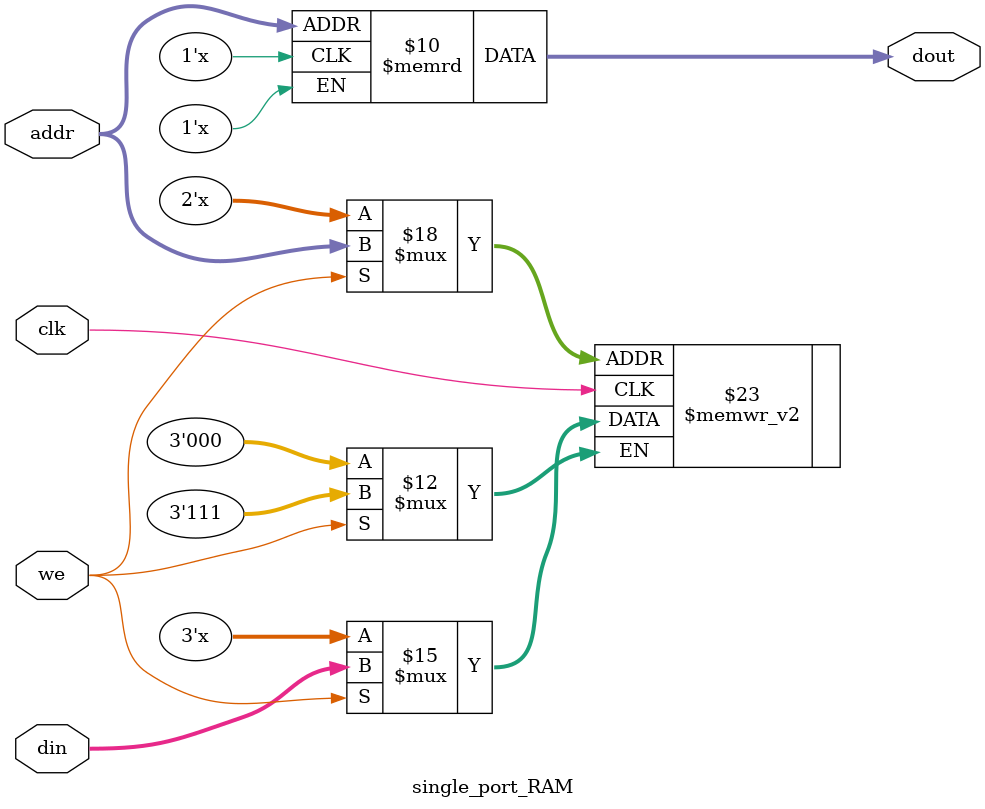
<source format=v>

module single_port_RAM
#(
	parameter addr_width = 2,
				 data_width = 3
)
(
	input wire clk,
	input wire we,
	input wire [addr_width-1:0] addr,
	input wire [data_width-1:0] din,
	output wire [data_width-1:0] dout
);

reg [data_width-1:0] ram_single_port[2**addr_width-1:0];

always @(posedge clk)
begin
	if (we == 1) // write data to address 'addr'
		ram_single_port[addr] = din;
end

// read data from address 'addr'
assign dout = ram_single_port[addr];

endmodule 
</source>
